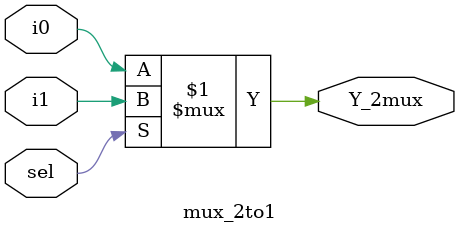
<source format=v>
module mux_2to1(
    input  wire  i0,
    input  wire  i1,
    input  wire  sel,
    output wire  Y_2mux 
);

    assign  Y_2mux  =   sel ? i1 : i0 ;
endmodule
</source>
